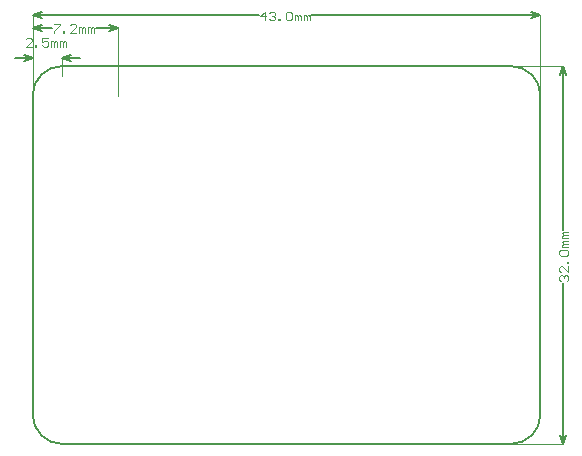
<source format=gm1>
G04*
G04 #@! TF.GenerationSoftware,Altium Limited,Altium Designer,23.8.1 (32)*
G04*
G04 Layer_Color=16711935*
%FSLAX44Y44*%
%MOMM*%
G71*
G04*
G04 #@! TF.SameCoordinates,050FA7AA-ABA3-4C18-851E-56E06D371AC9*
G04*
G04*
G04 #@! TF.FilePolarity,Positive*
G04*
G01*
G75*
%ADD11C,0.2000*%
%ADD55C,0.1270*%
%ADD56C,0.0508*%
%ADD57C,0.0762*%
D11*
X48000Y348000D02*
G03*
X23000Y323000I0J-25000D01*
G01*
X453000Y323000D02*
G03*
X428000Y348000I-25000J0D01*
G01*
Y28000D02*
G03*
X453000Y53000I0J25000D01*
G01*
X23000D02*
G03*
X48000Y28000I25000J0D01*
G01*
X23000Y53000D02*
Y323100D01*
X48100Y348000D02*
X428000D01*
X453000Y53000D02*
Y323000D01*
X48000Y28000D02*
X428000D01*
D55*
X87580Y378060D02*
X95200Y380600D01*
X87580Y383140D02*
X95200Y380600D01*
X23000D02*
X30620Y383140D01*
X23000Y380600D02*
X30620Y378060D01*
X76239Y380600D02*
X95200D01*
X23000D02*
X39420D01*
X15380Y352660D02*
X23000Y355200D01*
X15380Y357740D02*
X23000Y355200D01*
X48000D02*
X55620Y357740D01*
X48000Y355200D02*
X55620Y352660D01*
X7760Y355200D02*
X23000D01*
X48000D02*
X63240D01*
X471800Y348000D02*
X474340Y340380D01*
X469260D02*
X471800Y348000D01*
X469260Y35620D02*
X471800Y28000D01*
X474340Y35620D01*
X471800Y208948D02*
Y348000D01*
Y28000D02*
Y164512D01*
X23000Y391100D02*
X30620Y393640D01*
X23000Y391100D02*
X30620Y388560D01*
X445380D02*
X453000Y391100D01*
X445380Y393640D02*
X453000Y391100D01*
X23000D02*
X214512D01*
X258948D02*
X453000D01*
D56*
X95200Y322508D02*
Y381108D01*
X23000Y324508D02*
Y381108D01*
X48000Y339608D02*
Y355708D01*
X23000Y324608D02*
Y355708D01*
X429508Y348000D02*
X472308D01*
X429508Y28000D02*
X472308D01*
X23000Y324508D02*
Y391608D01*
X453000Y324508D02*
Y391608D01*
D57*
X40690Y383647D02*
X45769D01*
Y382377D01*
X40690Y377299D01*
Y376029D01*
X48308D02*
Y377299D01*
X49578D01*
Y376029D01*
X48308D01*
X59734D02*
X54656D01*
X59734Y381108D01*
Y382377D01*
X58465Y383647D01*
X55926D01*
X54656Y382377D01*
X62274Y376029D02*
Y381108D01*
X63543D01*
X64813Y379838D01*
Y376029D01*
Y379838D01*
X66082Y381108D01*
X67352Y379838D01*
Y376029D01*
X69891D02*
Y381108D01*
X71161D01*
X72430Y379838D01*
Y376029D01*
Y379838D01*
X73700Y381108D01*
X74969Y379838D01*
Y376029D01*
X22169Y364342D02*
X17091D01*
X22169Y369420D01*
Y370690D01*
X20899Y371959D01*
X18360D01*
X17091Y370690D01*
X24708Y364342D02*
Y365611D01*
X25978D01*
Y364342D01*
X24708D01*
X36134Y371959D02*
X31056D01*
Y368150D01*
X33595Y369420D01*
X34865D01*
X36134Y368150D01*
Y365611D01*
X34865Y364342D01*
X32326D01*
X31056Y365611D01*
X38674Y364342D02*
Y369420D01*
X39943D01*
X41213Y368150D01*
Y364342D01*
Y368150D01*
X42482Y369420D01*
X43752Y368150D01*
Y364342D01*
X46291D02*
Y369420D01*
X47561D01*
X48830Y368150D01*
Y364342D01*
Y368150D01*
X50100Y369420D01*
X51370Y368150D01*
Y364342D01*
X470023Y165782D02*
X468753Y167051D01*
Y169591D01*
X470023Y170860D01*
X471292D01*
X472562Y169591D01*
Y168321D01*
Y169591D01*
X473832Y170860D01*
X475101D01*
X476371Y169591D01*
Y167051D01*
X475101Y165782D01*
X476371Y178478D02*
Y173399D01*
X471292Y178478D01*
X470023D01*
X468753Y177208D01*
Y174669D01*
X470023Y173399D01*
X476371Y181017D02*
X475101D01*
Y182286D01*
X476371D01*
Y181017D01*
X470023Y187365D02*
X468753Y188634D01*
Y191174D01*
X470023Y192443D01*
X475101D01*
X476371Y191174D01*
Y188634D01*
X475101Y187365D01*
X470023D01*
X476371Y194982D02*
X471292D01*
Y196252D01*
X472562Y197521D01*
X476371D01*
X472562D01*
X471292Y198791D01*
X472562Y200061D01*
X476371D01*
Y202600D02*
X471292D01*
Y203869D01*
X472562Y205139D01*
X476371D01*
X472562D01*
X471292Y206409D01*
X472562Y207678D01*
X476371D01*
X219590Y386529D02*
Y394147D01*
X215782Y390338D01*
X220860D01*
X223399Y392877D02*
X224669Y394147D01*
X227208D01*
X228478Y392877D01*
Y391608D01*
X227208Y390338D01*
X225938D01*
X227208D01*
X228478Y389068D01*
Y387799D01*
X227208Y386529D01*
X224669D01*
X223399Y387799D01*
X231017Y386529D02*
Y387799D01*
X232286D01*
Y386529D01*
X231017D01*
X237365Y392877D02*
X238634Y394147D01*
X241174D01*
X242443Y392877D01*
Y387799D01*
X241174Y386529D01*
X238634D01*
X237365Y387799D01*
Y392877D01*
X244982Y386529D02*
Y391608D01*
X246252D01*
X247521Y390338D01*
Y386529D01*
Y390338D01*
X248791Y391608D01*
X250061Y390338D01*
Y386529D01*
X252600D02*
Y391608D01*
X253869D01*
X255139Y390338D01*
Y386529D01*
Y390338D01*
X256409Y391608D01*
X257678Y390338D01*
Y386529D01*
M02*

</source>
